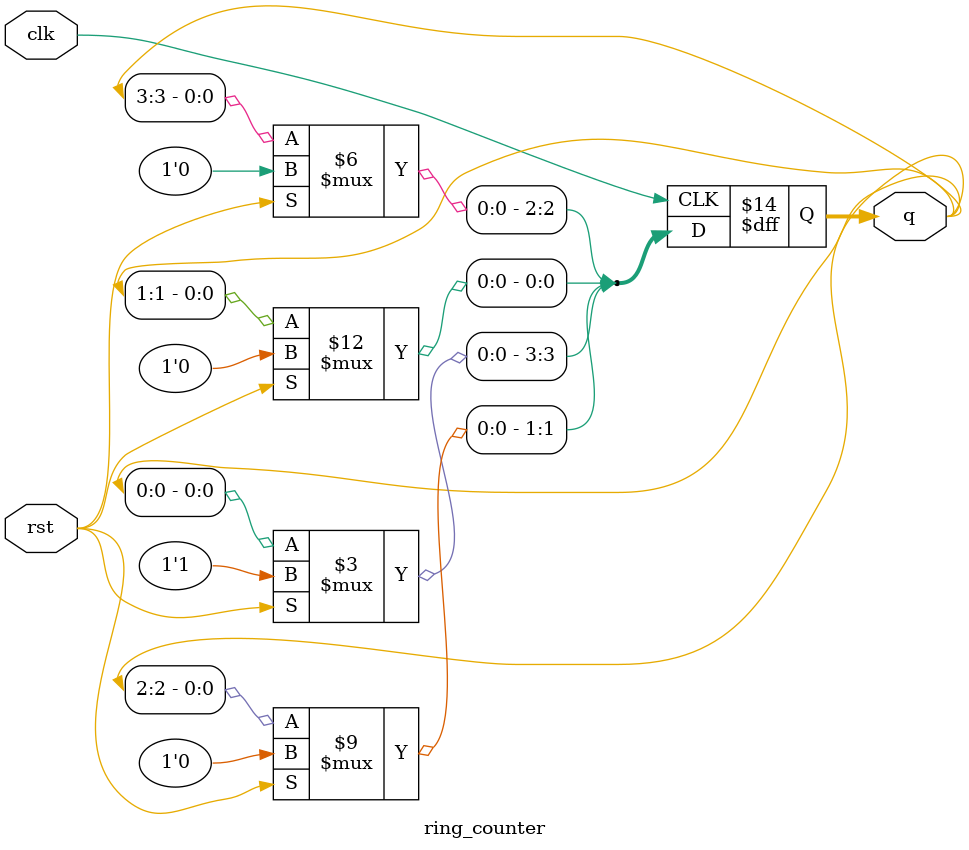
<source format=v>
module ring_counter (
    input clk, rst, output reg [3:0] q
);
    always @(posedge clk) begin
        if(rst)
        q <= 4'b1000;
        else begin
            q[0] <= q[1];
            q[1] <= q[2];
            q[2] <= q[3];
            q[3] <= q[0];
        end
    end
endmodule
</source>
